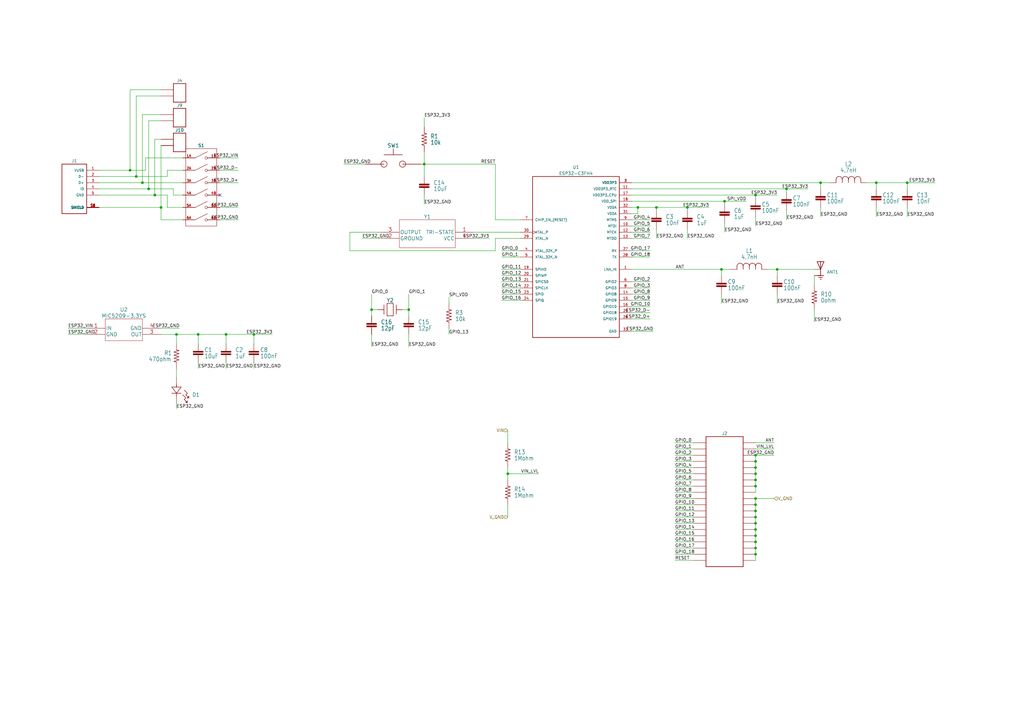
<source format=kicad_sch>
(kicad_sch (version 20230121) (generator eeschema)
  (paper "A3")
  (title_block (title "ESP32 Microcontroller Board") (date "2023-03-28") (rev "1"))
  (lib_symbols
    (symbol "Custom_Microcontroller:10118193-0001LF" (pin_names (offset 1.016))
      (property "Reference" "J" (at -1.27 11.43 0))
      (symbol "10118193-0001LF_0_0"
        (rectangle (start -5.08 10.16) (end 5.08 -10.16) (stroke (width 0.254)))
        (pin passive line (at -10.16 7.62 0) (length 5.08) (name "VUSB") (number "1"))
        (pin passive line (at -10.16 5.08 0) (length 5.08) (name "D-") (number "2"))
        (pin passive line (at -10.16 2.54 0) (length 5.08) (name "D+") (number "3"))
        (pin passive line (at -10.16 0 0) (length 5.08) (name "ID") (number "4"))
        (pin passive line (at -10.16 -2.54 0) (length 5.08) (name "GND") (number "5"))
        (pin passive line (at -10.16 -7.62 0) (length 5.08) (name "SHIELD") (number "S1"))
        (pin passive line (at -10.16 -7.62 0) (length 5.08) (name "SHIELD") (number "S2"))
        (pin passive line (at -10.16 -7.62 0) (length 5.08) (name "SHIELD") (number "S3"))
        (pin passive line (at -10.16 -7.62 0) (length 5.08) (name "SHIELD") (number "S4"))
        (pin passive line (at -10.16 -7.62 0) (length 5.08) (name "SHIELD") (number "S5"))
        (pin passive line (at -10.16 -7.62 0) (length 5.08) (name "SHIELD") (number "S6"))
      )
    )
    (symbol "Custom_Microcontroller:C_0603_100nF" (pin_numbers hide) (pin_names hide)
      (property "Reference" "C" (at -0.8599 2.4455 0))
      (property "Value" "100nF" (at -2.54 -5.08 0))
      (symbol "C_0603_100nF_1_0"
        (rectangle (start -0.762 -2.032) (end -0.254 2.032) (fill (type outline)))
        (polyline (pts (xy -1.27 0) (xy -0.762 0)) (stroke (width 0.1524)))
        (polyline (pts (xy 1.27 0) (xy 0.762 0)) (stroke (width 0.1524)))
        (rectangle (start 0.762 -2.032) (end 0.254 2.032) (fill (type outline)))
        (pin passive line (at -3.81 0 0) (length 2.54) (name "1") (number "1"))
        (pin passive line (at 3.81 0 180) (length 2.54) (name "2") (number "2"))
      )
    )
    (symbol "Custom_Microcontroller:C_0603_10nF" (pin_numbers hide) (pin_names hide)
      (property "Reference" "C" (at -0.8599 2.4455 0))
      (property "Value" "10nF" (at -2.54 -5.08 0))
      (symbol "C_0603_10nF_1_0"
        (rectangle (start -0.762 -2.032) (end -0.254 2.032) (fill (type outline)))
        (polyline (pts (xy -1.27 0) (xy -0.762 0)) (stroke (width 0.1524)))
        (polyline (pts (xy 1.27 0) (xy 0.762 0)) (stroke (width 0.1524)))
        (rectangle (start 0.762 -2.032) (end 0.254 2.032) (fill (type outline)))
        (pin passive line (at -3.81 0 0) (length 2.54) (name "1") (number "1"))
        (pin passive line (at 3.81 0 180) (length 2.54) (name "2") (number "2"))
      )
    )
    (symbol "Custom_Microcontroller:C_0603_10uF" (pin_numbers hide) (pin_names hide)
      (property "Reference" "C" (at -0.8599 2.4455 0))
      (property "Value" "10uF" (at -2.54 -5.08 0))
      (symbol "C_0603_10uF_1_0"
        (rectangle (start -0.762 -2.032) (end -0.254 2.032) (fill (type outline)))
        (polyline (pts (xy -1.27 0) (xy -0.762 0)) (stroke (width 0.1524)))
        (polyline (pts (xy 1.27 0) (xy 0.762 0)) (stroke (width 0.1524)))
        (rectangle (start 0.762 -2.032) (end 0.254 2.032) (fill (type outline)))
        (pin passive line (at -3.81 0 0) (length 2.54) (name "1") (number "1"))
        (pin passive line (at 3.81 0 180) (length 2.54) (name "2") (number "2"))
      )
    )
    (symbol "Custom_Microcontroller:C_0603_12pF" (pin_numbers hide) (pin_names hide)
      (property "Reference" "C" (at -0.8599 2.4455 0))
      (property "Value" "12pF" (at -2.54 -5.08 0))
      (symbol "C_0603_12pF_1_0"
        (rectangle (start -0.762 -2.032) (end -0.254 2.032) (fill (type outline)))
        (polyline (pts (xy -1.27 0) (xy -0.762 0)) (stroke (width 0.1524)))
        (polyline (pts (xy 1.27 0) (xy 0.762 0)) (stroke (width 0.1524)))
        (rectangle (start 0.762 -2.032) (end 0.254 2.032) (fill (type outline)))
        (pin passive line (at -3.81 0 0) (length 2.54) (name "1") (number "1"))
        (pin passive line (at 3.81 0 180) (length 2.54) (name "2") (number "2"))
      )
    )
    (symbol "Custom_Microcontroller:C_0603_1uF" (pin_numbers hide) (pin_names hide)
      (property "Reference" "C" (at -0.8599 2.4455 0))
      (property "Value" "1uF" (at -2.0411 -4.699 0))
      (symbol "C_0603_1uF_1_0"
        (rectangle (start -0.762 -2.032) (end -0.254 2.032) (fill (type outline)))
        (polyline (pts (xy -1.27 0) (xy -0.762 0)) (stroke (width 0.1524)))
        (polyline (pts (xy 1.27 0) (xy 0.762 0)) (stroke (width 0.1524)))
        (rectangle (start 0.762 -2.032) (end 0.254 2.032) (fill (type outline)))
        (pin passive line (at -3.81 0 0) (length 2.54) (name "1") (number "1"))
        (pin passive line (at 3.81 0 180) (length 2.54) (name "2") (number "2"))
      )
    )
    (symbol "Custom_Microcontroller:Crystal_16MHz" (pin_numbers hide) (pin_names hide)
      (property "Reference" "Y" (at 0 4.445 0))
      (symbol "Crystal_16MHz_1_1"
        (polyline (pts (xy -2.54 -1.905) (xy -2.54 1.905)) (stroke (width 0.2032)))
        (polyline (pts (xy -1.27 -2.54) (xy -1.27 2.54)) (stroke (width 0.2032)))
        (polyline (pts (xy -1.27 2.54) (xy 1.27 2.54)) (stroke (width 0.2032)))
        (polyline (pts (xy 1.27 -2.54) (xy -1.27 -2.54)) (stroke (width 0.2032)))
        (polyline (pts (xy 1.27 2.54) (xy 1.27 -2.54)) (stroke (width 0.2032)))
        (polyline (pts (xy 2.54 -1.905) (xy 2.54 1.905)) (stroke (width 0.2032)))
        (pin passive line (at -5.08 0 0) (length 2.54) (name "1") (number "1"))
        (pin passive line (at 5.08 0 180) (length 2.54) (name "2") (number "2"))
      )
    )
    (symbol "Custom_Microcontroller:ECS-3951M-400-BN-TR" (pin_names (offset 0.254))
      (property "Reference" "Y" (at 0 7.62 0))
      (symbol "ECS-3951M-400-BN-TR_1_1"
        (polyline (pts (xy -11.43 -5.08) (xy 11.43 -5.08)) (stroke (width 0.127)))
        (polyline (pts (xy -11.43 6.35) (xy -11.43 -5.08)) (stroke (width 0.127)))
        (polyline (pts (xy 11.43 -5.08) (xy 11.43 6.35)) (stroke (width 0.127)))
        (polyline (pts (xy 11.43 6.35) (xy -11.43 6.35)) (stroke (width 0.127)))
        (pin passive line (at -19.05 1.27 0) (length 7.62) (name "TRI-STATE") (number "1"))
        (pin passive line (at 19.05 -1.27 180) (length 7.62) (name "GROUND") (number "2"))
        (pin passive line (at 19.05 1.27 180) (length 7.62) (name "OUTPUT") (number "3"))
        (pin passive line (at -19.05 -1.27 0) (length 7.62) (name "VCC") (number "4"))
      )
    )
    (symbol "Custom_Microcontroller:ESP32-C3FH4" (pin_names (offset 1.016))
      (property "Reference" "U" (at -1.27 34.29 0))
      (property "Value" "ESP32-C3FH4" (at -6.35 -35.56 0))
      (symbol "ESP32-C3FH4_0_0"
        (rectangle (start -17.78 33.02) (end 17.78 -33.02) (stroke (width 0.254)))
        (pin passive line (at 22.86 -5.08 180) (length 5.08) (name "LNA_IN") (number "1"))
        (pin passive line (at 22.86 12.7 180) (length 5.08) (name "MTDI") (number "10"))
        (pin passive line (at 22.86 27.94 180) (length 5.08) (name "VDD3P3_RTC") (number "11"))
        (pin passive line (at 22.86 10.16 180) (length 5.08) (name "MTCK") (number "12"))
        (pin passive line (at 22.86 7.62 180) (length 5.08) (name "MTDO") (number "13"))
        (pin passive line (at 22.86 -15.24 180) (length 5.08) (name "GPIO8") (number "14"))
        (pin passive line (at 22.86 -17.78 180) (length 5.08) (name "GPIO9") (number "15"))
        (pin passive line (at 22.86 -20.32 180) (length 5.08) (name "GPIO10") (number "16"))
        (pin passive line (at 22.86 25.4 180) (length 5.08) (name "VDD3P3_CPU") (number "17"))
        (pin passive line (at 22.86 22.86 180) (length 5.08) (name "VDD_SPI") (number "18"))
        (pin passive line (at -22.86 -5.08 0) (length 5.08) (name "SPIHD") (number "19"))
        (pin passive line (at 22.86 30.48 180) (length 5.08) (name "VDD3P3") (number "2"))
        (pin passive line (at -22.86 -7.62 0) (length 5.08) (name "SPIWP") (number "20"))
        (pin passive line (at -22.86 -10.16 0) (length 5.08) (name "SPICS0") (number "21"))
        (pin passive line (at -22.86 -12.7 0) (length 5.08) (name "SPICLK") (number "22"))
        (pin passive line (at -22.86 -15.24 0) (length 5.08) (name "SPID") (number "23"))
        (pin passive line (at -22.86 -17.78 0) (length 5.08) (name "SPIQ") (number "24"))
        (pin passive line (at 22.86 -22.86 180) (length 5.08) (name "GPIO18") (number "25"))
        (pin passive line (at 22.86 -25.4 180) (length 5.08) (name "GPIO19") (number "26"))
        (pin passive line (at 22.86 2.54 180) (length 5.08) (name "RX") (number "27"))
        (pin passive line (at 22.86 0 180) (length 5.08) (name "TX") (number "28"))
        (pin passive line (at -22.86 7.62 0) (length 5.08) (name "XTAL_N") (number "29"))
        (pin passive line (at 22.86 30.48 180) (length 5.08) (name "VDD3P3") (number "3"))
        (pin passive clock (at -22.86 10.16 0) (length 5.08) (name "XTAL_P") (number "30"))
        (pin passive line (at 22.86 17.78 180) (length 5.08) (name "VDDA") (number "31"))
        (pin passive line (at 22.86 20.32 180) (length 5.08) (name "VDDA") (number "32"))
        (pin passive line (at 22.86 -30.48 180) (length 5.08) (name "GND") (number "33"))
        (pin passive line (at -22.86 2.54 0) (length 5.08) (name "XTAL_32K_P") (number "4"))
        (pin passive line (at -22.86 0 0) (length 5.08) (name "XTAL_32K_N") (number "5"))
        (pin passive line (at 22.86 -10.16 180) (length 5.08) (name "GPIO2") (number "6"))
        (pin passive line (at -22.86 15.24 0) (length 5.08) (name "CHIP_EN_(RESET)") (number "7"))
        (pin passive line (at 22.86 -12.7 180) (length 5.08) (name "GPIO3") (number "8"))
        (pin passive line (at 22.86 15.24 180) (length 5.08) (name "MTMS") (number "9"))
      )
    )
    (symbol "Custom_Microcontroller:HEADER-1X2" (pin_numbers hide) (pin_names hide)
      (property "Reference" "J" (at 0 6.35 0))
      (symbol "HEADER-1X2_1_0"
        (polyline (pts (xy -2.54 -2.54) (xy -2.54 5.08)) (stroke (width 0.254)))
        (polyline (pts (xy -2.54 5.08) (xy 2.54 5.08)) (stroke (width 0.254)))
        (polyline (pts (xy 2.54 -2.54) (xy -2.54 -2.54)) (stroke (width 0.254)))
        (polyline (pts (xy 2.54 5.08) (xy 2.54 -2.54)) (stroke (width 0.254)))
        (pin passive line (at 7.62 2.54 180) (length 5.08) (name "1") (number "1"))
        (pin passive line (at 7.62 0 180) (length 5.08) (name "2") (number "2"))
      )
    )
    (symbol "Custom_Microcontroller:HEADER-2x20" (pin_numbers hide) (pin_names hide)
      (property "Reference" "J" (at -1.27 27.94 0))
      (symbol "HEADER-2x20_1_0"
        (polyline (pts (xy -7.62 -26.67) (xy -7.62 26.67)) (stroke (width 0.254)))
        (polyline (pts (xy -7.62 26.67) (xy 7.62 26.67)) (stroke (width 0.254)))
        (polyline (pts (xy 7.62 -26.67) (xy -7.62 -26.67)) (stroke (width 0.254)))
        (polyline (pts (xy 7.62 26.67) (xy 7.62 -26.67)) (stroke (width 0.254)))
        (pin passive line (at -12.7 24.13 0) (length 5.08) (name "1") (number "P$1"))
        (pin passive line (at -12.7 1.27 0) (length 5.08) (name "10") (number "P$10"))
        (pin passive line (at -12.7 -1.27 0) (length 5.08) (name "11") (number "P$11"))
        (pin passive line (at -12.7 -3.81 0) (length 5.08) (name "12") (number "P$12"))
        (pin passive line (at -12.7 -6.35 0) (length 5.08) (name "13") (number "P$13"))
        (pin passive line (at -12.7 -8.89 0) (length 5.08) (name "14") (number "P$14"))
        (pin passive line (at -12.7 -11.43 0) (length 5.08) (name "15") (number "P$15"))
        (pin passive line (at -12.7 -13.97 0) (length 5.08) (name "16") (number "P$16"))
        (pin passive line (at -12.7 -16.51 0) (length 5.08) (name "17") (number "P$17"))
        (pin passive line (at -12.7 -19.05 0) (length 5.08) (name "18") (number "P$18"))
        (pin passive line (at -12.7 -21.59 0) (length 5.08) (name "19") (number "P$19"))
        (pin passive line (at -12.7 21.59 0) (length 5.08) (name "2") (number "P$2"))
        (pin passive line (at -12.7 -24.13 0) (length 5.08) (name "20") (number "P$20"))
        (pin passive line (at 12.7 24.13 180) (length 5.08) (name "21") (number "P$21"))
        (pin passive line (at 12.7 21.59 180) (length 5.08) (name "22") (number "P$22"))
        (pin passive line (at 12.7 19.05 180) (length 5.08) (name "23") (number "P$23"))
        (pin passive line (at 12.7 16.51 180) (length 5.08) (name "24") (number "P$24"))
        (pin passive line (at 12.7 13.97 180) (length 5.08) (name "25") (number "P$25"))
        (pin passive line (at 12.7 11.43 180) (length 5.08) (name "26") (number "P$26"))
        (pin passive line (at 12.7 8.89 180) (length 5.08) (name "27") (number "P$27"))
        (pin passive line (at 12.7 6.35 180) (length 5.08) (name "28") (number "P$28"))
        (pin passive line (at 12.7 3.81 180) (length 5.08) (name "29") (number "P$29"))
        (pin passive line (at -12.7 19.05 0) (length 5.08) (name "3") (number "P$3"))
        (pin passive line (at 12.7 1.27 180) (length 5.08) (name "30") (number "P$30"))
        (pin passive line (at 12.7 -1.27 180) (length 5.08) (name "31") (number "P$31"))
        (pin passive line (at 12.7 -3.81 180) (length 5.08) (name "32") (number "P$32"))
        (pin passive line (at 12.7 -6.35 180) (length 5.08) (name "33") (number "P$33"))
        (pin passive line (at 12.7 -8.89 180) (length 5.08) (name "34") (number "P$34"))
        (pin passive line (at 12.7 -11.43 180) (length 5.08) (name "35") (number "P$35"))
        (pin passive line (at 12.7 -13.97 180) (length 5.08) (name "36") (number "P$36"))
        (pin passive line (at 12.7 -16.51 180) (length 5.08) (name "37") (number "P$37"))
        (pin passive line (at 12.7 -19.05 180) (length 5.08) (name "38") (number "P$38"))
        (pin passive line (at 12.7 -21.59 180) (length 5.08) (name "39") (number "P$39"))
        (pin passive line (at -12.7 16.51 0) (length 5.08) (name "4") (number "P$4"))
        (pin passive line (at 12.7 -24.13 180) (length 5.08) (name "40") (number "P$40"))
        (pin passive line (at -12.7 13.97 0) (length 5.08) (name "5") (number "P$5"))
        (pin passive line (at -12.7 11.43 0) (length 5.08) (name "6") (number "P$6"))
        (pin passive line (at -12.7 8.89 0) (length 5.08) (name "7") (number "P$7"))
        (pin passive line (at -12.7 6.35 0) (length 5.08) (name "8") (number "P$8"))
        (pin passive line (at -12.7 3.81 0) (length 5.08) (name "9") (number "P$9"))
      )
    )
    (symbol "Custom_Microcontroller:LED_0603_Orange" (pin_numbers hide) (pin_names hide)
      (property "Reference" "D" (at 0 5.08 0))
      (symbol "LED_0603_Orange_1_1"
        (polyline (pts (xy -2.54 0) (xy -1.6002 0)) (stroke (width 0.2032)))
        (polyline (pts (xy -1.905 0) (xy -1.27 0)) (stroke (width 0.2032)))
        (polyline (pts (xy -1.27 -1.905) (xy 1.27 0)) (stroke (width 0.2032)))
        (polyline (pts (xy -1.27 1.905) (xy -1.27 -1.905)) (stroke (width 0.2032)))
        (polyline (pts (xy 0 3.175) (xy 1.27 4.445)) (stroke (width 0.2032)))
        (polyline (pts (xy 1.27 -1.905) (xy 1.27 1.905)) (stroke (width 0.2032)))
        (polyline (pts (xy 1.27 0) (xy -1.27 1.905)) (stroke (width 0.2032)))
        (polyline (pts (xy 1.27 0) (xy 2.54 0)) (stroke (width 0.2032)))
        (polyline (pts (xy 1.27 4.445) (xy 1.905 3.81)) (stroke (width 0.2032)))
        (polyline (pts (xy 1.905 2.54) (xy 3.175 3.81)) (stroke (width 0.2032)))
        (polyline (pts (xy 1.905 3.81) (xy 3.175 5.08)) (stroke (width 0.2032)))
        (polyline (pts (xy 2.54 5.08) (xy 3.175 4.445)) (stroke (width 0.2032)))
        (polyline (pts (xy 3.175 3.81) (xy 3.81 3.175)) (stroke (width 0.2032)))
        (polyline (pts (xy 3.175 4.445) (xy 3.175 5.08)) (stroke (width 0.2032)))
        (polyline (pts (xy 3.175 5.08) (xy 2.54 5.08)) (stroke (width 0.2032)))
        (polyline (pts (xy 3.81 3.175) (xy 5.08 4.445)) (stroke (width 0.2032)))
        (polyline (pts (xy 4.445 4.445) (xy 5.08 3.81)) (stroke (width 0.2032)))
        (polyline (pts (xy 5.08 3.81) (xy 5.08 4.445)) (stroke (width 0.2032)))
        (polyline (pts (xy 5.08 4.445) (xy 4.445 4.445)) (stroke (width 0.2032)))
        (pin passive line (at 5.08 0 180) (length 2.54) (name "1") (number "1"))
        (pin passive line (at -5.08 0 0) (length 2.54) (name "2") (number "2"))
      )
    )
    (symbol "Custom_Microcontroller:L_0603_4.7nH" (pin_numbers hide) (pin_names hide)
      (property "Reference" "L" (at -0.3447 3.2395 0))
      (property "Value" "4.7nH" (at -3.81 -3.81 0))
      (symbol "L_0603_4.7nH_1_0"
        (pin passive line (at -7.62 0 0) (length 2.54) (name "1") (number "1"))
        (pin passive line (at 7.62 0 180) (length 2.54) (name "2") (number "2"))
      )
      (symbol "L_0603_4.7nH_1_1"
        (arc (start -2.54 1.2755) (mid -3.81 2.54) (end -5.08 1.2755) (stroke (width 0.2032)))
        (polyline (pts (xy -5.08 0) (xy -5.08 1.27)) (stroke (width 0.2032)))
        (polyline (pts (xy -2.54 0) (xy -2.54 1.27)) (stroke (width 0.2032)))
        (polyline (pts (xy 0 0) (xy 0 1.27)) (stroke (width 0.2032)))
        (polyline (pts (xy 2.54 0) (xy 2.54 1.27)) (stroke (width 0.2032)))
        (polyline (pts (xy 5.08 0) (xy 5.08 1.27)) (stroke (width 0.2032)))
        (arc (start 0 1.2755) (mid -1.27 2.54) (end -2.54 1.2755) (stroke (width 0.2032)))
        (arc (start 2.54 1.2755) (mid 1.27 2.54) (end 0 1.2755) (stroke (width 0.2032)))
        (arc (start 5.08 1.2755) (mid 3.81 2.54) (end 2.54 1.2755) (stroke (width 0.2032)))
      )
    )
    (symbol "Custom_Microcontroller:MIC5209-3.3YS" (pin_names (offset 0.254))
      (property "Reference" "U" (at 0 6.35 0))
      (property "Value" "MIC5209-3.3YS" (at 0 -5.08 0))
      (symbol "MIC5209-3.3YS_1_1"
        (polyline (pts (xy -7.62 -3.81) (xy 7.62 -3.81)) (stroke (width 0.127)))
        (polyline (pts (xy -7.62 5.08) (xy -7.62 -3.81)) (stroke (width 0.127)))
        (polyline (pts (xy 7.62 -3.81) (xy 7.62 5.08)) (stroke (width 0.127)))
        (polyline (pts (xy 7.62 5.08) (xy -7.62 5.08)) (stroke (width 0.127)))
        (pin passive line (at -15.24 1.27 0) (length 7.62) (name "IN") (number "1"))
        (pin passive line (at -15.24 -1.27 0) (length 7.62) (name "GND") (number "2"))
        (pin passive line (at 15.24 -1.27 180) (length 7.62) (name "OUT") (number "3"))
        (pin passive line (at 15.24 1.27 180) (length 7.62) (name "GND") (number "4"))
      )
    )
    (symbol "Custom_Microcontroller:PTS636_SK25J_SMTR_LFS" (pin_numbers hide) (pin_names (offset 0.254) hide)
      (property "Reference" "SW" (at 0 7.62 0))
      (symbol "PTS636_SK25J_SMTR_LFS_1_1"
        (circle (center -3.81 0) (radius 1.27) (stroke (width 0.2)))
        (polyline (pts (xy 0 3.81) (xy 0 6.35)) (stroke (width 0.2)))
        (polyline (pts (xy 3.81 3.81) (xy -3.81 3.81)) (stroke (width 0.2)))
        (circle (center 3.81 0) (radius 1.27) (stroke (width 0.2)))
        (pin passive line (at -11.43 0 0) (length 7.62) (name "1") (number "1"))
        (pin passive line (at 11.43 0 180) (length 7.62) (name "2") (number "2"))
      )
    )
    (symbol "Custom_Microcontroller:R_0603_0ohm" (pin_numbers hide) (pin_names hide)
      (property "Reference" "R" (at -0.8054 1.519 0))
      (property "Value" "0ohm" (at -3.81 -3.81 0))
      (symbol "R_0603_0ohm_1_0"
        (polyline (pts (xy -2.54 0) (xy -2.159 1.016)) (stroke (width 0.2032)))
        (polyline (pts (xy -2.159 1.016) (xy -1.524 -1.016)) (stroke (width 0.2032)))
        (polyline (pts (xy -1.524 -1.016) (xy -0.889 1.016)) (stroke (width 0.2032)))
        (polyline (pts (xy -0.889 1.016) (xy -0.254 -1.016)) (stroke (width 0.2032)))
        (polyline (pts (xy -0.254 -1.016) (xy 0.381 1.016)) (stroke (width 0.2032)))
        (polyline (pts (xy 0.381 1.016) (xy 1.016 -1.016)) (stroke (width 0.2032)))
        (polyline (pts (xy 1.016 -1.016) (xy 1.651 1.016)) (stroke (width 0.2032)))
        (polyline (pts (xy 1.651 1.016) (xy 2.286 -1.016)) (stroke (width 0.2032)))
        (polyline (pts (xy 2.286 -1.016) (xy 2.54 0)) (stroke (width 0.2032)))
        (pin passive line (at -5.08 0 0) (length 2.54) (name "1") (number "1"))
        (pin passive line (at 5.08 0 180) (length 2.54) (name "2") (number "2"))
      )
    )
    (symbol "Custom_Microcontroller:R_0603_10kohm" (pin_numbers hide) (pin_names hide)
      (property "Reference" "R" (at -0.8054 1.519 0))
      (property "Value" "10k" (at -1.27 -3.81 0))
      (symbol "R_0603_10kohm_1_0"
        (polyline (pts (xy -2.54 0) (xy -2.159 1.016)) (stroke (width 0.2032)))
        (polyline (pts (xy -2.159 1.016) (xy -1.524 -1.016)) (stroke (width 0.2032)))
        (polyline (pts (xy -1.524 -1.016) (xy -0.889 1.016)) (stroke (width 0.2032)))
        (polyline (pts (xy -0.889 1.016) (xy -0.254 -1.016)) (stroke (width 0.2032)))
        (polyline (pts (xy -0.254 -1.016) (xy 0.381 1.016)) (stroke (width 0.2032)))
        (polyline (pts (xy 0.381 1.016) (xy 1.016 -1.016)) (stroke (width 0.2032)))
        (polyline (pts (xy 1.016 -1.016) (xy 1.651 1.016)) (stroke (width 0.2032)))
        (polyline (pts (xy 1.651 1.016) (xy 2.286 -1.016)) (stroke (width 0.2032)))
        (polyline (pts (xy 2.286 -1.016) (xy 2.54 0)) (stroke (width 0.2032)))
        (pin passive line (at -5.08 0 0) (length 2.54) (name "1") (number "1"))
        (pin passive line (at 5.08 0 180) (length 2.54) (name "2") (number "2"))
      )
    )
    (symbol "Custom_Microcontroller:R_0603_1Mohm" (pin_numbers hide) (pin_names hide)
      (property "Reference" "R" (at -0.8054 1.519 0))
      (property "Value" "1Mohm" (at -3.81 -3.81 0))
      (symbol "R_0603_1Mohm_1_0"
        (polyline (pts (xy -2.54 0) (xy -2.159 1.016)) (stroke (width 0.2032)))
        (polyline (pts (xy -2.159 1.016) (xy -1.524 -1.016)) (stroke (width 0.2032)))
        (polyline (pts (xy -1.524 -1.016) (xy -0.889 1.016)) (stroke (width 0.2032)))
        (polyline (pts (xy -0.889 1.016) (xy -0.254 -1.016)) (stroke (width 0.2032)))
        (polyline (pts (xy -0.254 -1.016) (xy 0.381 1.016)) (stroke (width 0.2032)))
        (polyline (pts (xy 0.381 1.016) (xy 1.016 -1.016)) (stroke (width 0.2032)))
        (polyline (pts (xy 1.016 -1.016) (xy 1.651 1.016)) (stroke (width 0.2032)))
        (polyline (pts (xy 1.651 1.016) (xy 2.286 -1.016)) (stroke (width 0.2032)))
        (polyline (pts (xy 2.286 -1.016) (xy 2.54 0)) (stroke (width 0.2032)))
        (pin passive line (at -5.08 0 0) (length 2.54) (name "1") (number "1"))
        (pin passive line (at 5.08 0 180) (length 2.54) (name "2") (number "2"))
      )
    )
    (symbol "Custom_Microcontroller:R_0603_470ohm" (pin_numbers hide) (pin_names hide)
      (property "Reference" "R" (at -0.8054 1.519 0))
      (property "Value" "470ohm" (at -3.81 -3.81 0))
      (symbol "R_0603_470ohm_1_0"
        (polyline (pts (xy -2.54 0) (xy -2.159 1.016)) (stroke (width 0.2032)))
        (polyline (pts (xy -2.159 1.016) (xy -1.524 -1.016)) (stroke (width 0.2032)))
        (polyline (pts (xy -1.524 -1.016) (xy -0.889 1.016)) (stroke (width 0.2032)))
        (polyline (pts (xy -0.889 1.016) (xy -0.254 -1.016)) (stroke (width 0.2032)))
        (polyline (pts (xy -0.254 -1.016) (xy 0.381 1.016)) (stroke (width 0.2032)))
        (polyline (pts (xy 0.381 1.016) (xy 1.016 -1.016)) (stroke (width 0.2032)))
        (polyline (pts (xy 1.016 -1.016) (xy 1.651 1.016)) (stroke (width 0.2032)))
        (polyline (pts (xy 1.651 1.016) (xy 2.286 -1.016)) (stroke (width 0.2032)))
        (polyline (pts (xy 2.286 -1.016) (xy 2.54 0)) (stroke (width 0.2032)))
        (pin passive line (at -5.08 0 0) (length 2.54) (name "1") (number "1"))
        (pin passive line (at 5.08 0 180) (length 2.54) (name "2") (number "2"))
      )
    )
    (symbol "Custom_Microcontroller:Switch_6POS" (pin_names (offset 1.016) hide)
      (property "Reference" "S" (at -1.27 17.78 0))
      (symbol "Switch_6POS_0_0"
        (polyline (pts (xy -2.54 -12.7) (xy 2.54 -10.16)) (stroke (width 0.1524)))
        (polyline (pts (xy -2.54 -7.62) (xy 2.54 -5.08)) (stroke (width 0.1524)))
        (polyline (pts (xy -2.54 -2.54) (xy 2.54 0)) (stroke (width 0.1524)))
        (polyline (pts (xy -2.54 2.54) (xy 2.54 5.08)) (stroke (width 0.1524)))
        (polyline (pts (xy -2.54 7.62) (xy 2.54 10.16)) (stroke (width 0.1524)))
        (polyline (pts (xy -2.54 12.7) (xy 2.54 15.24)) (stroke (width 0.1524)))
        (circle (center 2.032 -12.7) (radius 0.508) (stroke (width 0.1524)))
        (circle (center 2.032 -7.62) (radius 0.508) (stroke (width 0.1524)))
        (circle (center 2.032 -2.54) (radius 0.508) (stroke (width 0.1524)))
        (circle (center 2.032 2.54) (radius 0.508) (stroke (width 0.1524)))
        (circle (center 2.032 7.62) (radius 0.508) (stroke (width 0.1524)))
        (circle (center 2.032 12.7) (radius 0.508) (stroke (width 0.1524)))
        (pin passive line (at -7.62 12.7 0) (length 5.08) (name "~") (number "1A"))
        (pin passive line (at 7.62 12.7 180) (length 5.08) (name "~") (number "1B"))
        (pin passive line (at -7.62 7.62 0) (length 5.08) (name "~") (number "2A"))
        (pin passive line (at 7.62 7.62 180) (length 5.08) (name "~") (number "2B"))
        (pin passive line (at -7.62 2.54 0) (length 5.08) (name "~") (number "3A"))
        (pin passive line (at 7.62 2.54 180) (length 5.08) (name "~") (number "3B"))
        (pin passive line (at -7.62 -2.54 0) (length 5.08) (name "~") (number "4A"))
        (pin passive line (at 7.62 -2.54 180) (length 5.08) (name "~") (number "4B"))
        (pin passive line (at -7.62 -7.62 0) (length 5.08) (name "~") (number "5A"))
        (pin passive line (at 7.62 -7.62 180) (length 5.08) (name "~") (number "5B"))
        (pin passive line (at -7.62 -12.7 0) (length 5.08) (name "~") (number "6A"))
        (pin passive line (at 7.62 -12.7 180) (length 5.08) (name "~") (number "6B"))
      )
      (symbol "Switch_6POS_1_1"
        (rectangle (start -6.35 16.51) (end 6.35 -15.24))
      )
    )
    (symbol "Custom_Microcontroller:U.FL-R-SMT-1(10)" (pin_numbers hide) (pin_names (offset 1.016) hide)
      (property "Reference" "ANT" (at -1.27 3.81 0))
      (symbol "U.FL-R-SMT-1(10)_0_0"
        (polyline (pts (xy -1.397 3.175) (xy 0 3.175)) (stroke (width 0.254)))
        (polyline (pts (xy -0.762 -3.302) (xy 0.762 -3.302)) (stroke (width 0.254)))
        (polyline (pts (xy -0.127 -4.064) (xy 0.254 -4.064)) (stroke (width 0.254)))
        (polyline (pts (xy 0 -2.54) (xy -1.27 -2.54)) (stroke (width 0.254)))
        (polyline (pts (xy 0 -2.54) (xy 1.27 -2.54)) (stroke (width 0.254)))
        (polyline (pts (xy 0 0) (xy -1.397 3.175)) (stroke (width 0.254)))
        (polyline (pts (xy 0 0) (xy 0 -2.54)) (stroke (width 0.254)))
        (polyline (pts (xy 0 3.175) (xy 0 0)) (stroke (width 0.254)))
        (polyline (pts (xy 0 3.175) (xy 1.397 3.175)) (stroke (width 0.254)))
        (polyline (pts (xy 1.397 3.175) (xy 0 0)) (stroke (width 0.254)))
        (pin passive line (at -2.54 -2.54 0) (length 2.54) (name "~") (number "1"))
        (pin passive line (at -2.54 0 0) (length 2.54) (name "~") (number "2"))
        (pin passive line (at -2.54 -2.54 0) (length 2.54) (name "~") (number "3"))
      )
    )
  )
  (junction (at 173.99 67.31))
  (junction (at 309.88 222.25))
  (junction (at 309.88 212.09))
  (junction (at 309.88 199.39))
  (junction (at 309.88 194.31))
  (junction (at 372.11 74.93))
  (junction (at 309.88 186.69))
  (junction (at 208.28 194.31))
  (junction (at 261.62 85.09))
  (junction (at 309.88 207.01))
  (junction (at 58.42 74.93))
  (junction (at 309.88 227.33))
  (junction (at 53.34 69.85))
  (junction (at 167.64 127))
  (junction (at 281.94 85.09))
  (junction (at 72.39 137.16))
  (junction (at 66.04 85.09))
  (junction (at 318.77 110.49))
  (junction (at 60.96 77.47))
  (junction (at 309.88 224.79))
  (junction (at 309.88 214.63))
  (junction (at 104.14 137.16))
  (junction (at 152.4 127))
  (junction (at 309.88 209.55))
  (junction (at 81.28 137.16))
  (junction (at 309.88 219.71))
  (junction (at 297.18 82.55))
  (junction (at 309.88 204.47))
  (junction (at 92.71 137.16))
  (junction (at 359.41 74.93))
  (junction (at 336.55 74.93))
  (junction (at 269.24 85.09))
  (junction (at 63.5 80.01))
  (junction (at 309.88 217.17))
  (junction (at 295.91 110.49))
  (junction (at 309.88 80.01))
  (junction (at 309.88 191.77))
  (junction (at 309.88 196.85))
  (junction (at 322.58 77.47))
  (junction (at 55.88 72.39))
  (junction (at 309.88 189.23))
  (no_connect (at 90.17 80.01))
  (wire (pts (xy 295.91 113.03) (xy 295.91 110.49)))
  (wire (pts (xy 63.5 80.01) (xy 68.58 80.01)))
  (wire (pts (xy 208.28 194.31) (xy 220.98 194.31)))
  (wire (pts (xy 149.86 67.31) (xy 140.97 67.31)))
  (wire (pts (xy 184.15 121.92) (xy 184.15 124.46)))
  (wire (pts (xy 81.28 137.16) (xy 81.28 140.97)))
  (wire (pts (xy 259.08 80.01) (xy 309.88 80.01)))
  (wire (pts (xy 309.88 191.77) (xy 309.88 194.31)))
  (wire (pts (xy 372.11 85.09) (xy 372.11 88.9)))
  (wire (pts (xy 309.88 207.01) (xy 309.88 209.55)))
  (wire (pts (xy 284.48 209.55) (xy 276.86 209.55)))
  (wire (pts (xy 309.88 186.69) (xy 317.5 186.69)))
  (wire (pts (xy 259.08 123.19) (xy 266.7 123.19)))
  (wire (pts (xy 309.88 189.23) (xy 309.88 191.77)))
  (wire (pts (xy 213.36 110.49) (xy 205.74 110.49)))
  (wire (pts (xy 269.24 85.09) (xy 281.94 85.09)))
  (wire (pts (xy 208.28 194.31) (xy 208.28 196.85)))
  (wire (pts (xy 213.36 123.19) (xy 205.74 123.19)))
  (wire (pts (xy 40.64 69.85) (xy 53.34 69.85)))
  (wire (pts (xy 284.48 207.01) (xy 276.86 207.01)))
  (wire (pts (xy 81.28 148.59) (xy 81.28 151.13)))
  (wire (pts (xy 284.48 199.39) (xy 276.86 199.39)))
  (wire (pts (xy 90.17 90.17) (xy 97.79 90.17)))
  (wire (pts (xy 284.48 224.79) (xy 276.86 224.79)))
  (wire (pts (xy 104.14 137.16) (xy 104.14 140.97)))
  (wire (pts (xy 284.48 181.61) (xy 276.86 181.61)))
  (wire (pts (xy 143.51 95.25) (xy 143.51 102.87)))
  (wire (pts (xy 68.58 85.09) (xy 74.93 85.09)))
  (wire (pts (xy 309.88 186.69) (xy 309.88 189.23)))
  (wire (pts (xy 322.58 77.47) (xy 331.47 77.47)))
  (wire (pts (xy 309.88 212.09) (xy 309.88 214.63)))
  (wire (pts (xy 259.08 77.47) (xy 322.58 77.47)))
  (wire (pts (xy 208.28 207.01) (xy 208.28 212.09)))
  (wire (pts (xy 213.36 102.87) (xy 205.74 102.87)))
  (wire (pts (xy 74.93 80.01) (xy 71.12 80.01)))
  (wire (pts (xy 92.71 148.59) (xy 92.71 151.13)))
  (wire (pts (xy 295.91 120.65) (xy 295.91 124.46)))
  (wire (pts (xy 269.24 93.98) (xy 269.24 97.79)))
  (wire (pts (xy 336.55 85.09) (xy 336.55 88.9)))
  (wire (pts (xy 173.99 67.31) (xy 173.99 72.39)))
  (wire (pts (xy 66.04 57.15) (xy 63.5 57.15)))
  (wire (pts (xy 259.08 110.49) (xy 295.91 110.49)))
  (wire (pts (xy 259.08 118.11) (xy 266.7 118.11)))
  (wire (pts (xy 284.48 214.63) (xy 276.86 214.63)))
  (wire (pts (xy 259.08 90.17) (xy 266.7 90.17)))
  (wire (pts (xy 173.99 48.26) (xy 173.99 52.07)))
  (wire (pts (xy 66.04 59.69) (xy 66.04 85.09)))
  (wire (pts (xy 284.48 222.25) (xy 276.86 222.25)))
  (wire (pts (xy 309.88 204.47) (xy 309.88 207.01)))
  (wire (pts (xy 259.08 128.27) (xy 266.7 128.27)))
  (wire (pts (xy 173.99 67.31) (xy 203.2 67.31)))
  (wire (pts (xy 309.88 227.33) (xy 309.88 229.87)))
  (wire (pts (xy 72.39 151.13) (xy 72.39 154.94)))
  (wire (pts (xy 309.88 224.79) (xy 309.88 227.33)))
  (wire (pts (xy 322.58 77.47) (xy 322.58 78.74)))
  (wire (pts (xy 90.17 69.85) (xy 97.79 69.85)))
  (wire (pts (xy 297.18 91.44) (xy 297.18 95.25)))
  (wire (pts (xy 318.77 110.49) (xy 314.96 110.49)))
  (wire (pts (xy 284.48 219.71) (xy 276.86 219.71)))
  (wire (pts (xy 194.31 97.79) (xy 200.66 97.79)))
  (wire (pts (xy 40.64 85.09) (xy 66.04 85.09)))
  (wire (pts (xy 297.18 82.55) (xy 297.18 83.82)))
  (wire (pts (xy 71.12 77.47) (xy 60.96 77.47)))
  (wire (pts (xy 72.39 165.1) (xy 72.39 167.64)))
  (wire (pts (xy 334.01 113.03) (xy 334.01 116.84)))
  (wire (pts (xy 309.88 219.71) (xy 309.88 222.25)))
  (wire (pts (xy 167.64 127) (xy 167.64 129.54)))
  (wire (pts (xy 104.14 137.16) (xy 111.76 137.16)))
  (wire (pts (xy 92.71 137.16) (xy 92.71 140.97)))
  (wire (pts (xy 173.99 67.31) (xy 172.72 67.31)))
  (wire (pts (xy 152.4 137.16) (xy 152.4 142.24)))
  (wire (pts (xy 281.94 85.09) (xy 290.83 85.09)))
  (wire (pts (xy 72.39 137.16) (xy 72.39 140.97)))
  (wire (pts (xy 284.48 186.69) (xy 276.86 186.69)))
  (wire (pts (xy 259.08 74.93) (xy 336.55 74.93)))
  (wire (pts (xy 173.99 80.01) (xy 173.99 83.82)))
  (wire (pts (xy 154.94 127) (xy 152.4 127)))
  (wire (pts (xy 318.77 113.03) (xy 318.77 110.49)))
  (wire (pts (xy 213.36 105.41) (xy 205.74 105.41)))
  (wire (pts (xy 194.31 95.25) (xy 213.36 95.25)))
  (wire (pts (xy 259.08 87.63) (xy 261.62 87.63)))
  (wire (pts (xy 143.51 95.25) (xy 156.21 95.25)))
  (wire (pts (xy 63.5 57.15) (xy 63.5 80.01)))
  (wire (pts (xy 309.88 194.31) (xy 309.88 196.85)))
  (wire (pts (xy 309.88 204.47) (xy 317.5 204.47)))
  (wire (pts (xy 259.08 97.79) (xy 266.7 97.79)))
  (wire (pts (xy 281.94 93.98) (xy 281.94 97.79)))
  (wire (pts (xy 284.48 204.47) (xy 276.86 204.47)))
  (wire (pts (xy 309.88 80.01) (xy 309.88 81.28)))
  (wire (pts (xy 203.2 90.17) (xy 203.2 67.31)))
  (wire (pts (xy 40.64 80.01) (xy 63.5 80.01)))
  (wire (pts (xy 66.04 36.83) (xy 53.34 36.83)))
  (wire (pts (xy 259.08 105.41) (xy 266.7 105.41)))
  (wire (pts (xy 372.11 74.93) (xy 372.11 77.47)))
  (wire (pts (xy 259.08 82.55) (xy 297.18 82.55)))
  (wire (pts (xy 336.55 74.93) (xy 340.36 74.93)))
  (wire (pts (xy 66.04 90.17) (xy 74.93 90.17)))
  (wire (pts (xy 90.17 85.09) (xy 97.79 85.09)))
  (wire (pts (xy 203.2 90.17) (xy 213.36 90.17)))
  (wire (pts (xy 259.08 102.87) (xy 266.7 102.87)))
  (wire (pts (xy 309.88 88.9) (xy 309.88 92.71)))
  (wire (pts (xy 259.08 135.89) (xy 267.97 135.89)))
  (wire (pts (xy 318.77 120.65) (xy 318.77 124.46)))
  (wire (pts (xy 72.39 137.16) (xy 81.28 137.16)))
  (wire (pts (xy 208.28 191.77) (xy 208.28 194.31)))
  (wire (pts (xy 35.56 137.16) (xy 27.94 137.16)))
  (wire (pts (xy 59.69 64.77) (xy 74.93 64.77)))
  (wire (pts (xy 284.48 217.17) (xy 276.86 217.17)))
  (wire (pts (xy 66.04 134.62) (xy 73.66 134.62)))
  (wire (pts (xy 284.48 194.31) (xy 276.86 194.31)))
  (wire (pts (xy 259.08 120.65) (xy 266.7 120.65)))
  (wire (pts (xy 261.62 85.09) (xy 269.24 85.09)))
  (wire (pts (xy 309.88 222.25) (xy 309.88 224.79)))
  (wire (pts (xy 66.04 39.37) (xy 55.88 39.37)))
  (wire (pts (xy 71.12 80.01) (xy 71.12 77.47)))
  (wire (pts (xy 27.94 134.62) (xy 35.56 134.62)))
  (wire (pts (xy 259.08 95.25) (xy 266.7 95.25)))
  (wire (pts (xy 261.62 87.63) (xy 261.62 85.09)))
  (wire (pts (xy 173.99 62.23) (xy 173.99 67.31)))
  (wire (pts (xy 259.08 130.81) (xy 266.7 130.81)))
  (wire (pts (xy 284.48 196.85) (xy 276.86 196.85)))
  (wire (pts (xy 359.41 74.93) (xy 355.6 74.93)))
  (wire (pts (xy 284.48 212.09) (xy 276.86 212.09)))
  (wire (pts (xy 295.91 110.49) (xy 299.72 110.49)))
  (wire (pts (xy 309.88 217.17) (xy 309.88 219.71)))
  (wire (pts (xy 40.64 72.39) (xy 55.88 72.39)))
  (wire (pts (xy 81.28 137.16) (xy 92.71 137.16)))
  (wire (pts (xy 213.36 113.03) (xy 205.74 113.03)))
  (wire (pts (xy 309.88 80.01) (xy 318.77 80.01)))
  (wire (pts (xy 40.64 74.93) (xy 58.42 74.93)))
  (wire (pts (xy 284.48 227.33) (xy 276.86 227.33)))
  (wire (pts (xy 60.96 49.53) (xy 60.96 77.47)))
  (wire (pts (xy 284.48 184.15) (xy 276.86 184.15)))
  (wire (pts (xy 309.88 181.61) (xy 317.5 181.61)))
  (wire (pts (xy 318.77 110.49) (xy 334.01 110.49)))
  (wire (pts (xy 53.34 69.85) (xy 59.69 69.85)))
  (wire (pts (xy 213.36 120.65) (xy 205.74 120.65)))
  (wire (pts (xy 55.88 39.37) (xy 55.88 72.39)))
  (wire (pts (xy 152.4 127) (xy 152.4 129.54)))
  (wire (pts (xy 58.42 74.93) (xy 74.93 74.93)))
  (wire (pts (xy 309.88 199.39) (xy 309.88 201.93)))
  (wire (pts (xy 60.96 77.47) (xy 40.64 77.47)))
  (wire (pts (xy 309.88 184.15) (xy 317.5 184.15)))
  (wire (pts (xy 167.64 120.65) (xy 167.64 127)))
  (wire (pts (xy 184.15 134.62) (xy 184.15 137.16)))
  (wire (pts (xy 58.42 46.99) (xy 58.42 74.93)))
  (wire (pts (xy 284.48 189.23) (xy 276.86 189.23)))
  (wire (pts (xy 66.04 137.16) (xy 72.39 137.16)))
  (wire (pts (xy 284.48 191.77) (xy 276.86 191.77)))
  (wire (pts (xy 309.88 196.85) (xy 309.88 199.39)))
  (wire (pts (xy 152.4 120.65) (xy 152.4 127)))
  (wire (pts (xy 309.88 209.55) (xy 309.88 212.09)))
  (wire (pts (xy 156.21 97.79) (xy 148.59 97.79)))
  (wire (pts (xy 53.34 36.83) (xy 53.34 69.85)))
  (wire (pts (xy 359.41 85.09) (xy 359.41 88.9)))
  (wire (pts (xy 143.51 102.87) (xy 203.2 102.87)))
  (wire (pts (xy 309.88 214.63) (xy 309.88 217.17)))
  (wire (pts (xy 259.08 125.73) (xy 266.7 125.73)))
  (wire (pts (xy 259.08 85.09) (xy 261.62 85.09)))
  (wire (pts (xy 66.04 49.53) (xy 60.96 49.53)))
  (wire (pts (xy 213.36 118.11) (xy 205.74 118.11)))
  (wire (pts (xy 334.01 127) (xy 334.01 132.08)))
  (wire (pts (xy 259.08 92.71) (xy 266.7 92.71)))
  (wire (pts (xy 322.58 86.36) (xy 322.58 90.17)))
  (wire (pts (xy 68.58 69.85) (xy 74.93 69.85)))
  (wire (pts (xy 66.04 85.09) (xy 66.04 90.17)))
  (wire (pts (xy 104.14 148.59) (xy 104.14 151.13)))
  (wire (pts (xy 167.64 137.16) (xy 167.64 142.24)))
  (wire (pts (xy 359.41 74.93) (xy 372.11 74.93)))
  (wire (pts (xy 68.58 72.39) (xy 68.58 69.85)))
  (wire (pts (xy 90.17 74.93) (xy 97.79 74.93)))
  (wire (pts (xy 259.08 115.57) (xy 266.7 115.57)))
  (wire (pts (xy 269.24 85.09) (xy 269.24 86.36)))
  (wire (pts (xy 359.41 77.47) (xy 359.41 74.93)))
  (wire (pts (xy 336.55 77.47) (xy 336.55 74.93)))
  (wire (pts (xy 203.2 97.79) (xy 213.36 97.79)))
  (wire (pts (xy 68.58 80.01) (xy 68.58 85.09)))
  (wire (pts (xy 284.48 229.87) (xy 276.86 229.87)))
  (wire (pts (xy 90.17 64.77) (xy 97.79 64.77)))
  (wire (pts (xy 372.11 74.93) (xy 383.54 74.93)))
  (wire (pts (xy 208.28 176.53) (xy 208.28 181.61)))
  (wire (pts (xy 284.48 201.93) (xy 276.86 201.93)))
  (wire (pts (xy 165.1 127) (xy 167.64 127)))
  (wire (pts (xy 281.94 85.09) (xy 281.94 86.36)))
  (wire (pts (xy 55.88 72.39) (xy 68.58 72.39)))
  (wire (pts (xy 213.36 115.57) (xy 205.74 115.57)))
  (wire (pts (xy 59.69 69.85) (xy 59.69 64.77)))
  (wire (pts (xy 66.04 46.99) (xy 58.42 46.99)))
  (wire (pts (xy 297.18 82.55) (xy 306.07 82.55)))
  (wire (pts (xy 203.2 102.87) (xy 203.2 97.79)))
  (wire (pts (xy 92.71 137.16) (xy 104.14 137.16)))
  (label "GPIO_6" (at 276.86 196.85 0))
  (label "ESP32_GND" (at 72.39 167.64 0))
  (label "ESP32_3V3" (at 331.47 77.47 180))
  (label "GPIO_15" (at 276.86 219.71 0))
  (label "ESP32_GND" (at 152.4 142.24 0))
  (label "ESP32_GND" (at 334.01 132.08 0))
  (label "GPIO_2" (at 276.86 186.69 0))
  (label "GPIO_16" (at 276.86 222.25 0))
  (label "ESP32_GND" (at 295.91 124.46 0))
  (label "ESP32_3V3" (at 383.54 74.93 180))
  (label "GPIO_8" (at 266.7 120.65 180))
  (label "ESP32_3V3" (at 290.83 85.09 180))
  (label "ESP32_GND" (at 297.18 95.25 0))
  (label "GPIO_1" (at 205.74 105.41 0))
  (label "GPIO_12" (at 276.86 212.09 0))
  (label "GPIO_5" (at 266.7 92.71 180))
  (label "GPIO_4" (at 266.7 90.17 180))
  (label "GPIO_10" (at 266.7 125.73 180))
  (label "GPIO_0" (at 152.4 120.65 0))
  (label "GPIO_1" (at 167.64 120.65 0))
  (label "GPIO_11" (at 276.86 209.55 0))
  (label "GPIO_4" (at 276.86 191.77 0))
  (label "ESP32_D+" (at 97.79 74.93 180))
  (label "ESP32_3V3" (at 318.77 80.01 180))
  (label "ESP32_GND" (at 81.28 151.13 0))
  (label "GPIO_7" (at 266.7 97.79 180))
  (label "GPIO_16" (at 205.74 123.19 0))
  (label "ESP32_GND" (at 92.71 151.13 0))
  (label "GPIO_17" (at 266.7 102.87 180))
  (label "ESP32_GND" (at 173.99 83.82 0))
  (label "ESP32_GND" (at 27.94 137.16 0))
  (label "ESP32_GND" (at 104.14 151.13 0))
  (label "ANT" (at 317.5 181.61 180))
  (label "GPIO_18" (at 266.7 105.41 180))
  (label "GPIO_3" (at 276.86 189.23 0))
  (label "GPIO_0" (at 205.74 102.87 0))
  (label "GPIO_9" (at 266.7 123.19 180))
  (label "GPIO_10" (at 276.86 207.01 0))
  (label "GPIO_1" (at 276.86 184.15 0))
  (label "ESP32_GND" (at 73.66 134.62 180))
  (label "ESP32_D-" (at 97.79 69.85 180))
  (label "SPI_VDD" (at 184.15 121.92 0))
  (label "GPIO_13" (at 205.74 115.57 0))
  (label "ESP32_GND" (at 281.94 97.79 0))
  (label "GPIO_11" (at 205.74 110.49 0))
  (label "ESP32_GND" (at 336.55 88.9 0))
  (label "ESP32_3V3" (at 173.99 48.26 0))
  (label "GPIO_7" (at 276.86 199.39 0))
  (label "SPI_VDD" (at 306.07 82.55 180))
  (label "GPIO_12" (at 205.74 113.03 0))
  (label "ESP32_D+" (at 266.7 130.81 180))
  (label "GPIO_2" (at 266.7 115.57 180))
  (label "GPIO_14" (at 276.86 217.17 0))
  (label "GPIO_6" (at 266.7 95.25 180))
  (label "ESP32_GND" (at 318.77 124.46 0))
  (label "RESET" (at 276.86 229.87 0))
  (label "ESP32_3V3" (at 200.66 97.79 180))
  (label "ESP32_GND" (at 140.97 67.31 0))
  (label "RESET" (at 203.2 67.31 180))
  (label "GPIO_14" (at 205.74 118.11 0))
  (label "VIN_LVL" (at 220.98 194.31 180))
  (label "GPIO_17" (at 276.86 224.79 0))
  (label "ESP32_GND" (at 148.59 97.79 0))
  (label "GPIO_13" (at 276.86 214.63 0))
  (label "GPIO_9" (at 276.86 204.47 0))
  (label "ESP32_GND" (at 317.5 186.69 180))
  (label "ESP32_VIN" (at 27.94 134.62 0))
  (label "ESP32_VIN" (at 97.79 64.77 180))
  (label "GPIO_15" (at 205.74 120.65 0))
  (label "ESP32_GND" (at 309.88 92.71 0))
  (label "VIN_LVL" (at 317.5 184.15 180))
  (label "ESP32_GND" (at 322.58 90.17 0))
  (label "GPIO_5" (at 276.86 194.31 0))
  (label "GPIO_8" (at 276.86 201.93 0))
  (label "ANT" (at 280.67 110.49 180))
  (label "ESP32_GND" (at 167.64 142.24 0))
  (label "ESP32_GND" (at 269.24 97.79 0))
  (label "ESP32_3V3" (at 111.76 137.16 180))
  (label "ESP32_D-" (at 266.7 128.27 180))
  (label "GPIO_18" (at 276.86 227.33 0))
  (label "GPIO_13" (at 184.15 137.16 0))
  (label "ESP32_GND" (at 372.11 88.9 0))
  (label "ESP32_GND" (at 359.41 88.9 0))
  (label "ESP32_GND" (at 97.79 90.17 180))
  (label "GPIO_0" (at 276.86 181.61 0))
  (label "GPIO_3" (at 266.7 118.11 180))
  (label "ESP32_GND" (at 97.79 85.09 180))
  (label "ESP32_GND" (at 267.97 135.89 180))
  (hierarchical_label "V_GND" (shape input) (at 317.5 204.47 0))
  (hierarchical_label "V_GND" (shape input) (at 208.28 212.09 180))
  (hierarchical_label "VIN" (shape input) (at 208.28 176.53 180))
  (symbol (lib_id "Custom_Microcontroller:C_0603_10nF") (at 372.11 81.28 90) (unit 1)
    (property "Reference" "C13" (at 375.92 80.01 90) (effects (font (size 1.778 1.5113)) (justify right)))
    (property "Value" "10nF" (at 375.92 82.55 90) (effects (font (size 1.778 1.5113)) (justify right)))
    (property "Footprint" "Custom_Microcontroller:C_0603" (effects hide))
    (instances (project "Custom-Microcontroller-Project" (path "" (reference "C13") (unit 1)) (path "" (reference "C16") (unit 1))))
  )
  (symbol (lib_id "Custom_Microcontroller:ECS-3951M-400-BN-TR") (at 175.26 96.52 0) (mirror y) (unit 1)
    (property "Reference" "Y1" (at 175.26 88.9 0) (effects (font (size 1.524 1.524))))
    (property "Value" "ECS-3951M-400-BN-TR" (effects hide))
    (property "Footprint" "Custom_Microcontroller:ECS-3951M-400-BN-TR" (effects hide))
    (instances (project "Custom-Microcontroller-Project" (path "" (reference "Y1") (unit 1)) (path "" (reference "Y2") (unit 1))))
  )
  (symbol (lib_id "Custom_Microcontroller:R_0603_1Mohm") (at 208.28 201.93 90) (unit 1)
    (property "Reference" "R14" (at 210.82 200.66 90) (effects (font (size 1.778 1.5113)) (justify right)))
    (property "Value" "1Mohm" (at 210.82 203.2 90) (effects (font (size 1.778 1.5113)) (justify right)))
    (property "Footprint" "Custom_Microcontroller:R_0603" (effects hide))
    (property "Part Number" "RMCF0603FG1M00" (effects hide))
  )
  (symbol (lib_id "Custom_Microcontroller:10118193-0001LF") (at 30.48 77.47 0) (mirror y) (unit 1)
    (property "Reference" "J1" (at 30.48 66.04 0))
    (property "Value" "10118193-0001LF" (effects hide))
    (property "Footprint" "Custom_Microcontroller:10118193-0001LF" (effects hide))
    (property "MANUFACTURER" "Amphenol FCI" (effects hide))
  )
  (symbol (lib_id "Custom_Microcontroller:R_0603_1Mohm") (at 208.28 186.69 90) (unit 1)
    (property "Reference" "R13" (at 210.82 185.42 90) (effects (font (size 1.778 1.5113)) (justify right)))
    (property "Value" "1Mohm" (at 210.82 187.96 90) (effects (font (size 1.778 1.5113)) (justify right)))
    (property "Footprint" "Custom_Microcontroller:R_0603" (effects hide))
    (property "Part Number" "RMCF0603FG1M00" (effects hide))
  )
  (symbol (lib_id "Custom_Microcontroller:HEADER-1X2") (at 73.66 59.69 0) (mirror y) (unit 1)
    (property "Reference" "J10" (at 73.66 53.34 0))
    (property "Footprint" "Custom_Microcontroller:1X2" (effects hide))
    (instances (project "Custom-Microcontroller-Project" (path "" (reference "J10") (unit 1)) (path "" (reference "J12") (unit 1))))
  )
  (symbol (lib_id "Custom_Microcontroller:LED_0603_Orange") (at 72.39 160.02 270) (unit 1)
    (property "Reference" "D1" (at 78.74 161.925 90) (effects (font (size 1.524 1.524)) (justify left)))
    (property "Value" "LTST-C191KGKT" (effects hide))
    (property "Footprint" "Custom_Microcontroller:LED_0603" (effects hide))
  )
  (symbol (lib_id "Custom_Microcontroller:C_0603_100nF") (at 104.14 144.78 90) (unit 1)
    (property "Reference" "C8" (at 106.68 143.51 90) (effects (font (size 1.778 1.5113)) (justify right)))
    (property "Value" "100nF" (at 106.68 146.05 90) (effects (font (size 1.778 1.5113)) (justify right)))
    (property "Footprint" "Custom_Microcontroller:C_0603" (effects hide))
    (instances (project "Custom-Microcontroller-Project" (path "" (reference "C8") (unit 1)) (path "" (reference "C3") (unit 1))))
  )
  (symbol (lib_id "Custom_Microcontroller:C_0603_12pF") (at 167.64 133.35 90) (unit 1)
    (property "Reference" "C15" (at 171.45 132.08 90) (effects (font (size 1.778 1.5113)) (justify right)))
    (property "Value" "12pF" (at 171.45 134.62 90) (effects (font (size 1.778 1.5113)) (justify right)))
    (property "Footprint" "Custom_Microcontroller:C_0603" (effects hide))
    (instances (project "Custom-Microcontroller-Project" (path "" (reference "C15") (unit 1)) (path "" (reference "C5") (unit 1))))
  )
  (symbol (lib_id "Custom_Microcontroller:C_0603_100nF") (at 309.88 85.09 90) (unit 1)
    (property "Reference" "C5" (at 312.42 83.82 90) (effects (font (size 1.778 1.5113)) (justify right)))
    (property "Value" "100nF" (at 312.42 86.36 90) (effects (font (size 1.778 1.5113)) (justify right)))
    (property "Footprint" "Custom_Microcontroller:C_0603" (effects hide))
    (instances (project "Custom-Microcontroller-Project" (path "" (reference "C5") (unit 1)) (path "" (reference "C11") (unit 1))))
  )
  (symbol (lib_id "Custom_Microcontroller:C_0603_100nF") (at 336.55 81.28 90) (unit 1)
    (property "Reference" "C11" (at 339.09 80.01 90) (effects (font (size 1.778 1.5113)) (justify right)))
    (property "Value" "100nF" (at 339.09 82.55 90) (effects (font (size 1.778 1.5113)) (justify right)))
    (property "Footprint" "Custom_Microcontroller:C_0603" (effects hide))
    (instances (project "Custom-Microcontroller-Project" (path "" (reference "C11") (unit 1)) (path "" (reference "C14") (unit 1))))
  )
  (symbol (lib_id "Custom_Microcontroller:HEADER-2x20") (at 297.18 205.74 0) (unit 1)
    (property "Reference" "J2" (at 297.18 177.8 0))
    (property "Value" "PPTC202LFBN-RC" (effects hide))
    (property "Footprint" "Custom_Microcontroller:2X20" (effects hide))
  )
  (symbol (lib_id "Custom_Microcontroller:C_0603_100nF") (at 295.91 116.84 90) (unit 1)
    (property "Reference" "C9" (at 298.45 115.57 90) (effects (font (size 1.778 1.5113)) (justify right)))
    (property "Value" "100nF" (at 298.45 118.11 90) (effects (font (size 1.778 1.5113)) (justify right)))
    (property "Footprint" "Custom_Microcontroller:C_0603" (effects hide))
  )
  (symbol (lib_id "Custom_Microcontroller:C_0603_1uF") (at 281.94 90.17 90) (unit 1)
    (property "Reference" "C4" (at 285.75 88.9 90) (effects (font (size 1.778 1.5113)) (justify right)))
    (property "Value" "1uF" (at 285.75 91.44 90) (effects (font (size 1.778 1.5113)) (justify right)))
    (property "Footprint" "Custom_Microcontroller:C_0603" (effects hide))
    (instances (project "Custom-Microcontroller-Project" (path "" (reference "C4") (unit 1)) (path "" (reference "C8") (unit 1))))
  )
  (symbol (lib_id "Custom_Microcontroller:C_0603_100nF") (at 318.77 116.84 90) (unit 1)
    (property "Reference" "C10" (at 321.31 115.57 90) (effects (font (size 1.778 1.5113)) (justify right)))
    (property "Value" "100nF" (at 321.31 118.11 90) (effects (font (size 1.778 1.5113)) (justify right)))
    (property "Footprint" "Custom_Microcontroller:C_0603" (effects hide))
    (instances (project "Custom-Microcontroller-Project" (path "" (reference "C10") (unit 1)) (path "" (reference "C12") (unit 1))))
  )
  (symbol (lib_id "Custom_Microcontroller:L_0603_4.7nH") (at 347.98 74.93 0) (unit 1)
    (property "Reference" "L2" (at 347.98 67.31 0) (effects (font (size 1.778 1.5113))))
    (property "Value" "4.7nH" (at 347.98 69.85 0) (effects (font (size 1.778 1.5113))))
    (property "Footprint" "Custom_Microcontroller:L_0603" (effects hide))
    (property "Part Number" "LMCI1608-4N7ST" (effects hide))
  )
  (symbol (lib_id "Custom_Microcontroller:Crystal_16MHz") (at 160.02 127 0) (unit 1)
    (property "Reference" "Y2" (at 160.02 123.19 0) (effects (font (size 1.524 1.524))))
    (property "Value" "HCM4916000000ABJT" (effects hide))
    (property "Footprint" "Custom_Microcontroller:Crystal_16MHz" (effects hide))
    (instances (project "Custom-Microcontroller-Project" (path "" (reference "Y2") (unit 1)) (path "" (reference "Y1") (unit 1))))
  )
  (symbol (lib_id "Custom_Microcontroller:HEADER-1X2") (at 73.66 49.53 0) (mirror y) (unit 1)
    (property "Reference" "J9" (at 73.66 43.18 0))
    (property "Footprint" "Custom_Microcontroller:1X2" (effects hide))
    (instances (project "Custom-Microcontroller-Project" (path "" (reference "J9") (unit 1)) (path "" (reference "J11") (unit 1))))
  )
  (symbol (lib_id "Custom_Microcontroller:R_0603_10kohm") (at 173.99 57.15 90) (unit 1)
    (property "Reference" "R1" (at 176.53 55.88 90) (effects (font (size 1.778 1.5113)) (justify right)))
    (property "Value" "10k" (at 176.53 58.42 90) (effects (font (size 1.778 1.5113)) (justify right)))
    (property "Footprint" "Custom_Microcontroller:R_0603" (effects hide))
    (property "Part Number" "RNCP0603FTD10K0" (effects hide))
    (instances (project "Custom-Microcontroller-Project" (path "" (reference "R1") (unit 1)) (path "" (reference "R2") (unit 1))))
  )
  (symbol (lib_id "Custom_Microcontroller:HEADER-1X2") (at 73.66 39.37 0) (mirror y) (unit 1)
    (property "Reference" "J4" (at 73.66 33.02 0))
    (property "Footprint" "Custom_Microcontroller:1X2" (effects hide))
    (instances (project "Custom-Microcontroller-Project" (path "" (reference "J4") (unit 1)) (path "" (reference "J7") (unit 1))))
  )
  (symbol (lib_id "Custom_Microcontroller:Switch_6POS") (at 82.55 77.47 0) (unit 1)
    (property "Reference" "S1" (at 82.55 59.69 0))
    (property "Value" "DS01C-254-L-06BE" (effects hide))
    (property "Footprint" "Custom_Microcontroller:SW_DS01C-254-L-06BE" (effects hide))
    (property "MANUFACTURER" "CUI" (effects hide))
  )
  (symbol (lib_id "Custom_Microcontroller:PTS636_SK25J_SMTR_LFS") (at 161.29 67.31 0) (unit 1)
    (property "Reference" "SW1" (at 161.29 59.69 0) (effects (font (size 1.524 1.524))))
    (property "Value" "PTS636_SK25J_SMTR_LFS" (effects hide))
    (property "Footprint" "Custom_Microcontroller:PTS636 SK25J SMTR LFS" (effects hide))
  )
  (symbol (lib_id "Custom_Microcontroller:R_0603_470ohm") (at 72.39 146.05 90) (unit 1)
    (property "Reference" "R1" (at 67.31 144.78 90) (effects (font (size 1.778 1.5113)) (justify right)))
    (property "Value" "470ohm" (at 60.96 147.32 90) (effects (font (size 1.778 1.5113)) (justify right)))
    (property "Footprint" "Custom_Microcontroller:R_0603" (effects hide))
    (property "Part Number" "RMCF0603FT470R" (effects hide))
  )
  (symbol (lib_id "Custom_Microcontroller:MIC5209-3.3YS") (at 50.8 135.89 0) (unit 1)
    (property "Reference" "U2" (at 50.8 127 0) (effects (font (size 1.524 1.524))))
    (property "Value" "MIC5209-3.3YS" (at 50.8 129.54 0) (effects (font (size 1.524 1.524))))
    (property "Footprint" "Custom_Microcontroller:MIC5209-3.3YS" (effects hide))
    (instances (project "Custom-Microcontroller-Project" (path "" (reference "U2") (unit 1)) (path "" (reference "U1") (unit 1))))
  )
  (symbol (lib_id "Custom_Microcontroller:C_0603_10uF") (at 81.28 144.78 90) (unit 1)
    (property "Reference" "C1" (at 83.82 143.51 90) (effects (font (size 1.778 1.5113)) (justify right)))
    (property "Value" "10uF" (at 83.82 146.05 90) (effects (font (size 1.778 1.5113)) (justify right)))
    (property "Footprint" "Custom_Microcontroller:C_0603" (effects hide))
  )
  (symbol (lib_id "Custom_Microcontroller:C_0603_10uF") (at 173.99 76.2 90) (unit 1)
    (property "Reference" "C14" (at 177.8 74.93 90) (effects (font (size 1.778 1.5113)) (justify right)))
    (property "Value" "10uF" (at 177.8 77.47 90) (effects (font (size 1.778 1.5113)) (justify right)))
    (property "Footprint" "Custom_Microcontroller:C_0603" (effects hide))
    (instances (project "Custom-Microcontroller-Project" (path "" (reference "C14") (unit 1)) (path "" (reference "C6") (unit 1))))
  )
  (symbol (lib_id "Custom_Microcontroller:L_0603_4.7nH") (at 307.34 110.49 0) (unit 1)
    (property "Reference" "L1" (at 307.34 102.87 0) (effects (font (size 1.778 1.5113))))
    (property "Value" "4.7nH" (at 307.34 105.41 0) (effects (font (size 1.778 1.5113))))
    (property "Footprint" "Custom_Microcontroller:L_0603" (effects hide))
    (property "Part Number" "LMCI1608-4N7ST" (effects hide))
  )
  (symbol (lib_id "Custom_Microcontroller:C_0603_100nF") (at 322.58 82.55 90) (unit 1)
    (property "Reference" "C7" (at 325.12 81.28 90) (effects (font (size 1.778 1.5113)) (justify right)))
    (property "Value" "100nF" (at 325.12 83.82 90) (effects (font (size 1.778 1.5113)) (justify right)))
    (property "Footprint" "Custom_Microcontroller:C_0603" (effects hide))
    (instances (project "Custom-Microcontroller-Project" (path "" (reference "C7") (unit 1)) (path "" (reference "C13") (unit 1))))
  )
  (symbol (lib_id "Custom_Microcontroller:C_0603_100nF") (at 359.41 81.28 90) (unit 1)
    (property "Reference" "C12" (at 361.95 80.01 90) (effects (font (size 1.778 1.5113)) (justify right)))
    (property "Value" "100nF" (at 361.95 82.55 90) (effects (font (size 1.778 1.5113)) (justify right)))
    (property "Footprint" "Custom_Microcontroller:C_0603" (effects hide))
    (instances (project "Custom-Microcontroller-Project" (path "" (reference "C12") (unit 1)) (path "" (reference "C15") (unit 1))))
  )
  (symbol (lib_id "Custom_Microcontroller:R_0603_10kohm") (at 184.15 129.54 90) (unit 1)
    (property "Reference" "R3" (at 186.69 128.27 90) (effects (font (size 1.778 1.5113)) (justify right)))
    (property "Value" "10k" (at 186.69 130.81 90) (effects (font (size 1.778 1.5113)) (justify right)))
    (property "Footprint" "Custom_Microcontroller:R_0603" (effects hide))
    (property "Part Number" "RNCP0603FTD10K0" (effects hide))
  )
  (symbol (lib_id "Custom_Microcontroller:ESP32-C3FH4") (at 236.22 105.41 0) (unit 1)
    (property "Reference" "U1" (at 236.22 68.58 0))
    (property "Value" "ESP32-C3FH4" (at 236.22 71.12 0))
    (property "Footprint" "Custom_Microcontroller:QFN50P500X500X90-33N" (effects hide))
    (property "MANUFACTURER" "Espressif" (effects hide))
    (instances (project "Custom-Microcontroller-Project" (path "" (reference "U1") (unit 1)) (path "" (reference "U2") (unit 1))))
  )
  (symbol (lib_id "Custom_Microcontroller:R_0603_0ohm") (at 334.01 121.92 90) (unit 1)
    (property "Reference" "R10" (at 336.55 120.65 90) (effects (font (size 1.778 1.5113)) (justify right)))
    (property "Value" "0ohm" (at 336.55 123.19 90) (effects (font (size 1.778 1.5113)) (justify right)))
    (property "Footprint" "Custom_Microcontroller:R_0603" (effects hide))
    (property "Part Number" "RMCF0603ZT0R00" (effects hide))
  )
  (symbol (lib_id "Custom_Microcontroller:C_0603_12pF") (at 152.4 133.35 90) (unit 1)
    (property "Reference" "C16" (at 156.21 132.08 90) (effects (font (size 1.778 1.5113)) (justify right)))
    (property "Value" "12pF" (at 156.21 134.62 90) (effects (font (size 1.778 1.5113)) (justify right)))
    (property "Footprint" "Custom_Microcontroller:C_0603" (effects hide))
    (instances (project "Custom-Microcontroller-Project" (path "" (reference "C16") (unit 1)) (path "" (reference "C4") (unit 1))))
  )
  (symbol (lib_id "Custom_Microcontroller:C_0603_1uF") (at 297.18 87.63 90) (unit 1)
    (property "Reference" "C6" (at 300.99 86.36 90) (effects (font (size 1.778 1.5113)) (justify right)))
    (property "Value" "1uF" (at 300.99 88.9 90) (effects (font (size 1.778 1.5113)) (justify right)))
    (property "Footprint" "Custom_Microcontroller:C_0603" (effects hide))
    (instances (project "Custom-Microcontroller-Project" (path "" (reference "C6") (unit 1)) (path "" (reference "C10") (unit 1))))
  )
  (symbol (lib_id "Custom_Microcontroller:U.FL-R-SMT-1(10)") (at 336.55 110.49 0) (unit 1)
    (property "Reference" "ANT1" (at 339.09 111.5695 0) (effects (justify left)))
    (property "Value" "U.FL-R-SMT-1(10)" (effects hide))
    (property "Footprint" "Custom_Microcontroller:HRS_U.FL-R-SMT-1(10)" (effects hide))
    (property "MANUFACTURER" "Hirose" (effects hide))
  )
  (symbol (lib_id "Custom_Microcontroller:C_0603_10nF") (at 269.24 90.17 90) (unit 1)
    (property "Reference" "C3" (at 273.05 88.9 90) (effects (font (size 1.778 1.5113)) (justify right)))
    (property "Value" "10nF" (at 273.05 91.44 90) (effects (font (size 1.778 1.5113)) (justify right)))
    (property "Footprint" "Custom_Microcontroller:C_0603" (effects hide))
    (instances (project "Custom-Microcontroller-Project" (path "" (reference "C3") (unit 1)) (path "" (reference "C7") (unit 1))))
  )
  (symbol (lib_id "Custom_Microcontroller:C_0603_1uF") (at 92.71 144.78 90) (unit 1)
    (property "Reference" "C2" (at 96.52 143.51 90) (effects (font (size 1.778 1.5113)) (justify right)))
    (property "Value" "1uF" (at 96.52 146.05 90) (effects (font (size 1.778 1.5113)) (justify right)))
    (property "Footprint" "Custom_Microcontroller:C_0603" (effects hide))
  )
)
</source>
